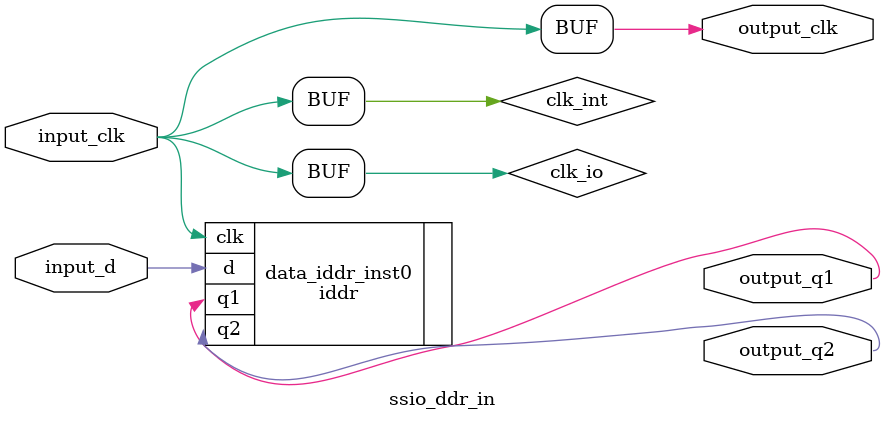
<source format=v>
/*

Copyright (c) 2016-2018 Alex Forencich

Permission is hereby granted, free of charge, to any person obtaining a copy
of this software and associated documentation files (the "Software"), to deal
in the Software without restriction, including without limitation the rights
to use, copy, modify, merge, publish, distribute, sublicense, and/or sell
copies of the Software, and to permit persons to whom the Software is
furnished to do so, subject to the following conditions:

The above copyright notice and this permission notice shall be included in
all copies or substantial portions of the Software.

THE SOFTWARE IS PROVIDED "AS IS", WITHOUT WARRANTY OF ANY KIND, EXPRESS OR
IMPLIED, INCLUDING BUT NOT LIMITED TO THE WARRANTIES OF MERCHANTABILITY
FITNESS FOR A PARTICULAR PURPOSE AND NONINFRINGEMENT. IN NO EVENT SHALL THE
AUTHORS OR COPYRIGHT HOLDERS BE LIABLE FOR ANY CLAIM, DAMAGES OR OTHER
LIABILITY, WHETHER IN AN ACTION OF CONTRACT, TORT OR OTHERWISE, ARISING FROM,
OUT OF OR IN CONNECTION WITH THE SOFTWARE OR THE USE OR OTHER DEALINGS IN
THE SOFTWARE.

*/

// Language: Verilog 2001

`resetall
`timescale 1ns / 1ps
`default_nettype none

/*
 * Generic source synchronous DDR input
 */
module ssio_ddr_in #
(
    // target ("SIM", "GENERIC", "XILINX", "ALTERA")
    parameter TARGET = "GENERIC",
    // IODDR style ("IODDR", "IODDR2")
    // Use IODDR for Virtex-4, Virtex-5, Virtex-6, 7 Series, Ultrascale
    // Use IODDR2 for Spartan-6
    parameter IODDR_STYLE = "IODDR2",
    // Clock input style ("BUFG", "BUFR", "BUFIO", "BUFIO2")
    // Use BUFR for Virtex-6, 7-series
    // Use BUFG for Virtex-5, Spartan-6, Ultrascale
    parameter CLOCK_INPUT_STYLE = "BUFG",
    // Width of register in bits
    parameter WIDTH = 1
)
(
    input  wire             input_clk,

    input  wire [WIDTH-1:0] input_d,

    output wire             output_clk,

    output wire [WIDTH-1:0] output_q1,
    output wire [WIDTH-1:0] output_q2
);

wire clk_int;
wire clk_io;

generate

if (TARGET == "XILINX") begin

    // use Xilinx clocking primitives

    if (CLOCK_INPUT_STYLE == "BUFG") begin

        // buffer RX clock
        BUFG
        clk_bufg (
            .I(input_clk),
            .O(clk_int)
        );

        // pass through RX clock to logic and input buffers
        assign clk_io = clk_int;
        assign output_clk = clk_int;

    end else if (CLOCK_INPUT_STYLE == "BUFR") begin

        assign clk_int = input_clk;

        // pass through RX clock to input buffers
        BUFIO
        clk_bufio (
            .I(clk_int),
            .O(clk_io)
        );

        // pass through RX clock to logic
        BUFR #(
            .BUFR_DIVIDE("BYPASS")
        )
        clk_bufr (
            .I(clk_int),
            .O(output_clk),
            .CE(1'b1),
            .CLR(1'b0)
        );

    end else if (CLOCK_INPUT_STYLE == "BUFIO") begin

        assign clk_int = input_clk;

        // pass through RX clock to input buffers
        BUFIO
        clk_bufio (
            .I(clk_int),
            .O(clk_io)
        );

        // pass through RX clock to MAC
        BUFG
        clk_bufg (
            .I(clk_int),
            .O(output_clk)
        );

    end

end else begin

    // pass through RX clock to input buffers
    assign clk_io = input_clk;

    // pass through RX clock to logic
    assign clk_int = input_clk;
    assign output_clk = clk_int;

end

endgenerate

iddr #(
    .TARGET(TARGET),
    .IODDR_STYLE(IODDR_STYLE),
    .WIDTH(WIDTH)
)
data_iddr_inst0 (
    .clk(clk_io),
    .d(input_d),
    .q1(output_q1),
    .q2(output_q2)
);

//iddr #(
//    .TARGET(TARGET),
//    .IODDR_STYLE(IODDR_STYLE),
//    .WIDTH(1)
//)
//data_iddr_inst0 (
//    .clk(clk_io),
//    .d(input_d[0]),
//    .q1(output_q1[0]),
//    .q2(output_q2[0])
//);

//iddr #(
//    .TARGET(TARGET),
//    .IODDR_STYLE(IODDR_STYLE),
//    .WIDTH(1)
//)
//data_iddr_inst1 (
//    .clk(clk_io),
//    .d(input_d[1]),
//    .q1(output_q1[1]),
//    .q2(output_q2[1])
//);

//iddr #(
//    .TARGET(TARGET),
//    .IODDR_STYLE(IODDR_STYLE),
//    .WIDTH(1)
//)
//data_iddr_inst2 (
//    .clk(clk_io),
//    .d(input_d[2]),
//    .q1(output_q1[2]),
//    .q2(output_q2[2])
//);

//iddr #(
//    .TARGET(TARGET),
//    .IODDR_STYLE(IODDR_STYLE),
//    .WIDTH(1)
//)
//data_iddr_inst3 (
//    .clk(clk_io),
//    .d(input_d[3]),
//    .q1(output_q1[3]),
//    .q2(output_q2[3])
//);

//iddr #(
//    .TARGET(TARGET),
//    .IODDR_STYLE(IODDR_STYLE),
//    .WIDTH(1)
//)
//data_iddr_inst4 (
//    .clk(clk_io),
//    .d(input_d[4]),
//    .q1(output_q1[4]),
//    .q2(output_q2[4])
//);

endmodule

`resetall

</source>
